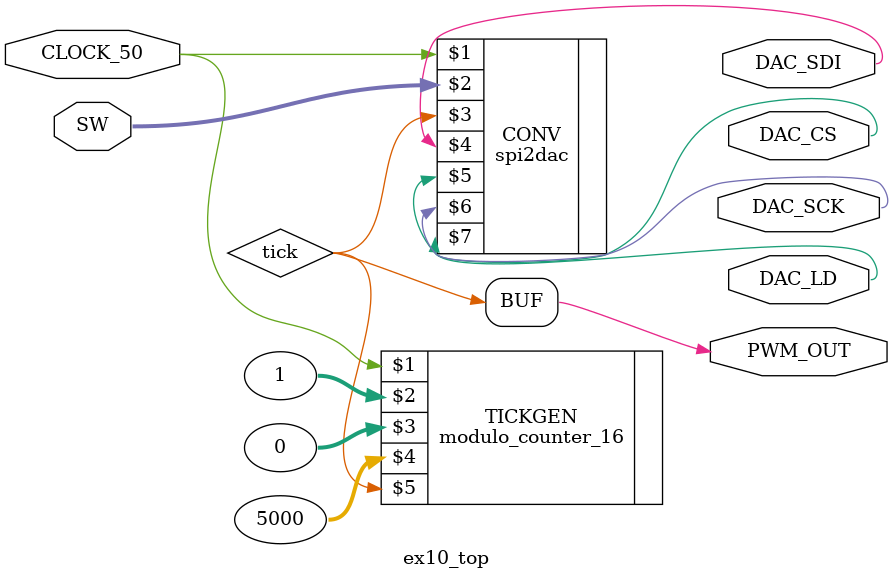
<source format=v>
/* Top level design entity for testing DAC
*  ex10_top.v
*/

//spi2dac (sysclk, data_in, load, dac_sdi, dac_cs, dac_sck, dac_ld);

module ex10_top(
	SW,
	CLOCK_50,
	DAC_CS, DAC_SDI, DAC_LD,DAC_SCK,
	PWM_OUT
);
	input [9:0] SW;
	input CLOCK_50;
	output DAC_CS, DAC_SDI, DAC_LD, DAC_SCK;
	output PWM_OUT;
	
	wire tick, CLOCK_50;
	wire [9:0] SW;
	
	modulo_counter_16 TICKGEN(CLOCK_50,1,0,5000,tick);

	spi2dac CONV (CLOCK_50, SW, tick, DAC_SDI, DAC_CS, DAC_SCK, DAC_LD); 
	
	assign PWM_OUT = tick;
	
endmodule

</source>
